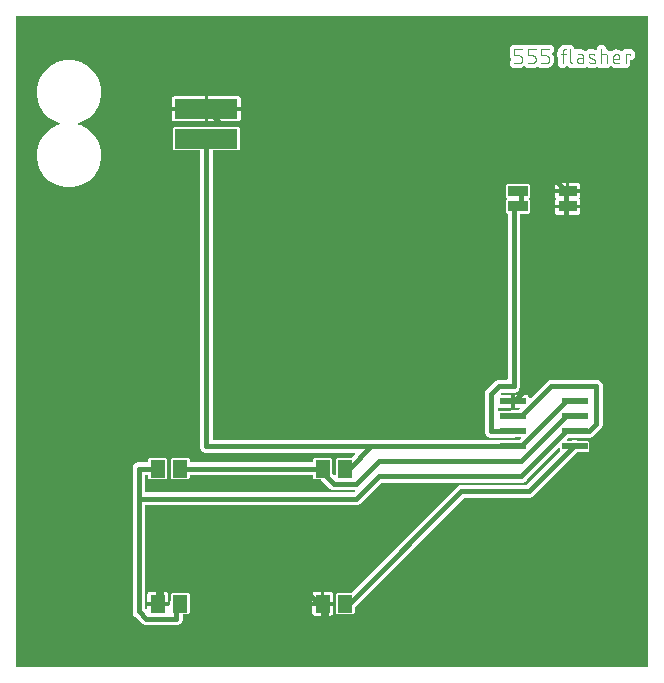
<source format=gbr>
G04 EAGLE Gerber RS-274X export*
G75*
%MOMM*%
%FSLAX34Y34*%
%LPD*%
%INTop Copper*%
%IPPOS*%
%AMOC8*
5,1,8,0,0,1.08239X$1,22.5*%
G01*
%ADD10C,0.101600*%
%ADD11R,1.300000X1.500000*%
%ADD12R,2.200000X0.600000*%
%ADD13R,1.630000X0.900000*%
%ADD14R,1.730000X0.900000*%
%ADD15R,5.334000X1.651000*%
%ADD16C,0.406400*%

G36*
X557298Y238764D02*
X557298Y238764D01*
X557317Y238762D01*
X557419Y238784D01*
X557521Y238800D01*
X557538Y238810D01*
X557558Y238814D01*
X557647Y238867D01*
X557738Y238916D01*
X557752Y238930D01*
X557769Y238940D01*
X557836Y239019D01*
X557908Y239094D01*
X557916Y239112D01*
X557929Y239127D01*
X557968Y239223D01*
X558011Y239317D01*
X558013Y239337D01*
X558021Y239355D01*
X558039Y239522D01*
X558039Y789078D01*
X558036Y789098D01*
X558038Y789117D01*
X558016Y789219D01*
X558000Y789321D01*
X557990Y789338D01*
X557986Y789358D01*
X557933Y789447D01*
X557884Y789538D01*
X557870Y789552D01*
X557860Y789569D01*
X557781Y789636D01*
X557706Y789708D01*
X557688Y789716D01*
X557673Y789729D01*
X557577Y789768D01*
X557483Y789811D01*
X557463Y789813D01*
X557445Y789821D01*
X557278Y789839D01*
X23622Y789839D01*
X23602Y789836D01*
X23583Y789838D01*
X23481Y789816D01*
X23379Y789800D01*
X23362Y789790D01*
X23342Y789786D01*
X23253Y789733D01*
X23162Y789684D01*
X23148Y789670D01*
X23131Y789660D01*
X23064Y789581D01*
X22992Y789506D01*
X22984Y789488D01*
X22971Y789473D01*
X22932Y789377D01*
X22889Y789283D01*
X22887Y789263D01*
X22879Y789245D01*
X22861Y789078D01*
X22861Y239522D01*
X22864Y239502D01*
X22862Y239483D01*
X22884Y239381D01*
X22900Y239279D01*
X22910Y239262D01*
X22914Y239242D01*
X22967Y239153D01*
X23016Y239062D01*
X23030Y239048D01*
X23040Y239031D01*
X23119Y238964D01*
X23194Y238892D01*
X23212Y238884D01*
X23227Y238871D01*
X23323Y238832D01*
X23417Y238789D01*
X23437Y238787D01*
X23455Y238779D01*
X23622Y238761D01*
X557278Y238761D01*
X557298Y238764D01*
G37*
%LPC*%
G36*
X132289Y274065D02*
X132289Y274065D01*
X130328Y274877D01*
X124085Y281120D01*
X122477Y282728D01*
X121665Y284689D01*
X121665Y407461D01*
X122477Y409422D01*
X123978Y410923D01*
X125939Y411735D01*
X134114Y411735D01*
X134134Y411738D01*
X134153Y411736D01*
X134255Y411758D01*
X134357Y411774D01*
X134374Y411784D01*
X134394Y411788D01*
X134483Y411841D01*
X134574Y411890D01*
X134588Y411904D01*
X134605Y411914D01*
X134672Y411993D01*
X134744Y412068D01*
X134752Y412086D01*
X134765Y412101D01*
X134804Y412197D01*
X134847Y412291D01*
X134849Y412311D01*
X134857Y412329D01*
X134875Y412496D01*
X134875Y414532D01*
X135768Y415425D01*
X150032Y415425D01*
X150925Y414532D01*
X150925Y398268D01*
X150032Y397375D01*
X135768Y397375D01*
X134875Y398268D01*
X134875Y400304D01*
X134872Y400324D01*
X134874Y400343D01*
X134852Y400445D01*
X134836Y400547D01*
X134826Y400564D01*
X134822Y400584D01*
X134769Y400673D01*
X134720Y400764D01*
X134706Y400778D01*
X134696Y400795D01*
X134617Y400862D01*
X134542Y400934D01*
X134524Y400942D01*
X134509Y400955D01*
X134413Y400994D01*
X134319Y401037D01*
X134299Y401039D01*
X134281Y401047D01*
X134114Y401065D01*
X133096Y401065D01*
X133076Y401062D01*
X133057Y401064D01*
X132955Y401042D01*
X132853Y401026D01*
X132836Y401016D01*
X132816Y401012D01*
X132727Y400959D01*
X132636Y400910D01*
X132622Y400896D01*
X132605Y400886D01*
X132538Y400807D01*
X132466Y400732D01*
X132458Y400714D01*
X132445Y400699D01*
X132406Y400603D01*
X132363Y400509D01*
X132361Y400489D01*
X132353Y400471D01*
X132335Y400304D01*
X132335Y387096D01*
X132338Y387076D01*
X132336Y387057D01*
X132358Y386955D01*
X132374Y386853D01*
X132384Y386836D01*
X132388Y386816D01*
X132441Y386727D01*
X132490Y386636D01*
X132504Y386622D01*
X132514Y386605D01*
X132593Y386538D01*
X132668Y386466D01*
X132686Y386458D01*
X132701Y386445D01*
X132797Y386406D01*
X132891Y386363D01*
X132911Y386361D01*
X132929Y386353D01*
X133096Y386335D01*
X308625Y386335D01*
X308715Y386349D01*
X308806Y386357D01*
X308836Y386369D01*
X308868Y386374D01*
X308948Y386417D01*
X309032Y386453D01*
X309064Y386479D01*
X309085Y386490D01*
X309107Y386513D01*
X309163Y386558D01*
X309671Y387066D01*
X309713Y387124D01*
X309763Y387176D01*
X309784Y387223D01*
X309815Y387265D01*
X309836Y387334D01*
X309866Y387399D01*
X309872Y387451D01*
X309887Y387501D01*
X309885Y387572D01*
X309893Y387643D01*
X309882Y387694D01*
X309881Y387746D01*
X309856Y387814D01*
X309841Y387884D01*
X309814Y387929D01*
X309796Y387977D01*
X309752Y388033D01*
X309715Y388095D01*
X309675Y388129D01*
X309643Y388169D01*
X309582Y388208D01*
X309528Y388255D01*
X309479Y388274D01*
X309436Y388302D01*
X309366Y388320D01*
X309300Y388347D01*
X309228Y388355D01*
X309197Y388363D01*
X309174Y388361D01*
X309133Y388365D01*
X291039Y388365D01*
X289078Y389177D01*
X281103Y397152D01*
X281029Y397205D01*
X280960Y397265D01*
X280930Y397277D01*
X280903Y397296D01*
X280817Y397323D01*
X280732Y397357D01*
X280691Y397361D01*
X280668Y397368D01*
X280636Y397367D01*
X280565Y397375D01*
X275468Y397375D01*
X274575Y398268D01*
X274575Y400304D01*
X274572Y400324D01*
X274574Y400343D01*
X274552Y400445D01*
X274536Y400547D01*
X274526Y400564D01*
X274522Y400584D01*
X274469Y400673D01*
X274420Y400764D01*
X274406Y400778D01*
X274396Y400795D01*
X274317Y400862D01*
X274242Y400934D01*
X274224Y400942D01*
X274209Y400955D01*
X274113Y400994D01*
X274019Y401037D01*
X273999Y401039D01*
X273981Y401047D01*
X273814Y401065D01*
X170686Y401065D01*
X170666Y401062D01*
X170647Y401064D01*
X170545Y401042D01*
X170443Y401026D01*
X170426Y401016D01*
X170406Y401012D01*
X170317Y400959D01*
X170226Y400910D01*
X170212Y400896D01*
X170195Y400886D01*
X170128Y400807D01*
X170056Y400732D01*
X170048Y400714D01*
X170035Y400699D01*
X169996Y400603D01*
X169953Y400509D01*
X169951Y400489D01*
X169943Y400471D01*
X169925Y400304D01*
X169925Y398268D01*
X169032Y397375D01*
X154768Y397375D01*
X153875Y398268D01*
X153875Y414532D01*
X154768Y415425D01*
X169032Y415425D01*
X169925Y414532D01*
X169925Y412496D01*
X169928Y412476D01*
X169926Y412457D01*
X169948Y412355D01*
X169964Y412253D01*
X169974Y412236D01*
X169978Y412216D01*
X170031Y412127D01*
X170080Y412036D01*
X170094Y412022D01*
X170104Y412005D01*
X170183Y411938D01*
X170258Y411866D01*
X170276Y411858D01*
X170291Y411845D01*
X170387Y411806D01*
X170481Y411763D01*
X170501Y411761D01*
X170519Y411753D01*
X170686Y411735D01*
X273814Y411735D01*
X273834Y411738D01*
X273853Y411736D01*
X273955Y411758D01*
X274057Y411774D01*
X274074Y411784D01*
X274094Y411788D01*
X274183Y411841D01*
X274274Y411890D01*
X274288Y411904D01*
X274305Y411914D01*
X274372Y411993D01*
X274444Y412068D01*
X274452Y412086D01*
X274465Y412101D01*
X274504Y412197D01*
X274547Y412291D01*
X274549Y412311D01*
X274557Y412329D01*
X274575Y412496D01*
X274575Y414532D01*
X275468Y415425D01*
X289732Y415425D01*
X290625Y414532D01*
X290625Y403035D01*
X290639Y402945D01*
X290647Y402854D01*
X290659Y402824D01*
X290664Y402792D01*
X290707Y402712D01*
X290743Y402628D01*
X290769Y402596D01*
X290780Y402575D01*
X290803Y402553D01*
X290848Y402497D01*
X292276Y401069D01*
X292334Y401027D01*
X292386Y400977D01*
X292433Y400956D01*
X292475Y400925D01*
X292544Y400904D01*
X292609Y400874D01*
X292661Y400868D01*
X292711Y400853D01*
X292782Y400855D01*
X292853Y400847D01*
X292904Y400858D01*
X292956Y400859D01*
X293024Y400884D01*
X293094Y400899D01*
X293139Y400926D01*
X293187Y400944D01*
X293243Y400988D01*
X293305Y401025D01*
X293339Y401065D01*
X293379Y401097D01*
X293418Y401158D01*
X293465Y401212D01*
X293484Y401260D01*
X293512Y401304D01*
X293530Y401374D01*
X293557Y401440D01*
X293565Y401512D01*
X293573Y401543D01*
X293571Y401566D01*
X293575Y401607D01*
X293575Y414532D01*
X294468Y415425D01*
X305965Y415425D01*
X306055Y415439D01*
X306146Y415447D01*
X306176Y415459D01*
X306208Y415464D01*
X306288Y415507D01*
X306372Y415543D01*
X306404Y415569D01*
X306425Y415580D01*
X306447Y415603D01*
X306503Y415648D01*
X309671Y418816D01*
X309713Y418874D01*
X309763Y418926D01*
X309785Y418973D01*
X309815Y419015D01*
X309836Y419084D01*
X309866Y419149D01*
X309872Y419201D01*
X309887Y419251D01*
X309885Y419322D01*
X309893Y419393D01*
X309882Y419444D01*
X309881Y419496D01*
X309856Y419564D01*
X309841Y419634D01*
X309814Y419678D01*
X309796Y419727D01*
X309752Y419783D01*
X309715Y419845D01*
X309675Y419879D01*
X309643Y419919D01*
X309582Y419958D01*
X309528Y420005D01*
X309480Y420024D01*
X309436Y420052D01*
X309366Y420070D01*
X309300Y420097D01*
X309228Y420105D01*
X309197Y420113D01*
X309174Y420111D01*
X309133Y420115D01*
X183089Y420115D01*
X181128Y420927D01*
X179627Y422428D01*
X178815Y424389D01*
X178815Y675259D01*
X178812Y675279D01*
X178814Y675298D01*
X178792Y675400D01*
X178776Y675502D01*
X178766Y675519D01*
X178762Y675539D01*
X178709Y675628D01*
X178660Y675719D01*
X178646Y675733D01*
X178636Y675750D01*
X178557Y675817D01*
X178482Y675889D01*
X178464Y675897D01*
X178449Y675910D01*
X178353Y675949D01*
X178259Y675992D01*
X178239Y675994D01*
X178221Y676002D01*
X178054Y676020D01*
X156848Y676020D01*
X155955Y676913D01*
X155955Y694687D01*
X156848Y695580D01*
X211452Y695580D01*
X212345Y694687D01*
X212345Y676913D01*
X211452Y676020D01*
X190246Y676020D01*
X190226Y676017D01*
X190207Y676019D01*
X190105Y675997D01*
X190003Y675981D01*
X189986Y675971D01*
X189966Y675967D01*
X189877Y675914D01*
X189786Y675865D01*
X189772Y675851D01*
X189755Y675841D01*
X189688Y675762D01*
X189616Y675687D01*
X189608Y675669D01*
X189595Y675654D01*
X189556Y675558D01*
X189513Y675464D01*
X189511Y675444D01*
X189503Y675426D01*
X189485Y675259D01*
X189485Y431546D01*
X189488Y431526D01*
X189486Y431507D01*
X189508Y431405D01*
X189524Y431303D01*
X189534Y431286D01*
X189538Y431266D01*
X189591Y431177D01*
X189640Y431086D01*
X189654Y431072D01*
X189664Y431055D01*
X189743Y430988D01*
X189818Y430916D01*
X189836Y430908D01*
X189851Y430895D01*
X189947Y430856D01*
X190041Y430813D01*
X190061Y430811D01*
X190079Y430803D01*
X190246Y430785D01*
X448325Y430785D01*
X448415Y430799D01*
X448506Y430807D01*
X448536Y430819D01*
X448568Y430824D01*
X448648Y430867D01*
X448732Y430903D01*
X448764Y430929D01*
X448785Y430940D01*
X448807Y430963D01*
X448863Y431008D01*
X450181Y432326D01*
X450223Y432384D01*
X450273Y432436D01*
X450294Y432483D01*
X450325Y432525D01*
X450346Y432594D01*
X450376Y432659D01*
X450382Y432711D01*
X450397Y432761D01*
X450395Y432832D01*
X450403Y432903D01*
X450392Y432954D01*
X450391Y433006D01*
X450366Y433074D01*
X450351Y433144D01*
X450324Y433189D01*
X450306Y433237D01*
X450262Y433293D01*
X450225Y433355D01*
X450185Y433389D01*
X450153Y433429D01*
X450092Y433468D01*
X450038Y433515D01*
X449990Y433534D01*
X449946Y433562D01*
X449876Y433580D01*
X449810Y433607D01*
X449738Y433615D01*
X449707Y433623D01*
X449684Y433621D01*
X449643Y433625D01*
X447068Y433625D01*
X447003Y433615D01*
X446938Y433614D01*
X446858Y433591D01*
X446825Y433586D01*
X446808Y433576D01*
X446777Y433567D01*
X444961Y432815D01*
X424389Y432815D01*
X422428Y433627D01*
X420927Y435128D01*
X420115Y437089D01*
X420115Y470961D01*
X420927Y472922D01*
X428778Y480773D01*
X430739Y481585D01*
X438404Y481585D01*
X438424Y481588D01*
X438443Y481586D01*
X438545Y481608D01*
X438647Y481624D01*
X438664Y481634D01*
X438684Y481638D01*
X438773Y481691D01*
X438864Y481740D01*
X438878Y481754D01*
X438895Y481764D01*
X438962Y481843D01*
X439034Y481918D01*
X439042Y481936D01*
X439055Y481951D01*
X439094Y482047D01*
X439137Y482141D01*
X439139Y482161D01*
X439147Y482179D01*
X439165Y482346D01*
X439165Y621714D01*
X439162Y621734D01*
X439164Y621753D01*
X439142Y621855D01*
X439126Y621957D01*
X439116Y621974D01*
X439112Y621994D01*
X439059Y622083D01*
X439010Y622174D01*
X438996Y622188D01*
X438986Y622205D01*
X438907Y622272D01*
X438832Y622344D01*
X438814Y622352D01*
X438799Y622365D01*
X438765Y622378D01*
X437775Y623368D01*
X437775Y633632D01*
X438605Y634462D01*
X438617Y634478D01*
X438633Y634490D01*
X438689Y634578D01*
X438749Y634661D01*
X438755Y634680D01*
X438766Y634697D01*
X438791Y634798D01*
X438821Y634897D01*
X438821Y634916D01*
X438826Y634936D01*
X438818Y635039D01*
X438815Y635142D01*
X438808Y635161D01*
X438807Y635181D01*
X438766Y635276D01*
X438731Y635373D01*
X438718Y635389D01*
X438710Y635407D01*
X438605Y635538D01*
X437775Y636368D01*
X437775Y646632D01*
X438668Y647525D01*
X457232Y647525D01*
X458125Y646632D01*
X458125Y636368D01*
X457295Y635538D01*
X457283Y635522D01*
X457267Y635510D01*
X457211Y635422D01*
X457151Y635339D01*
X457145Y635320D01*
X457134Y635303D01*
X457109Y635202D01*
X457079Y635103D01*
X457079Y635084D01*
X457074Y635064D01*
X457082Y634961D01*
X457085Y634858D01*
X457092Y634839D01*
X457093Y634819D01*
X457134Y634724D01*
X457169Y634627D01*
X457182Y634611D01*
X457190Y634593D01*
X457295Y634462D01*
X458125Y633632D01*
X458125Y623368D01*
X457232Y622475D01*
X450596Y622475D01*
X450576Y622472D01*
X450557Y622474D01*
X450455Y622452D01*
X450353Y622436D01*
X450336Y622426D01*
X450316Y622422D01*
X450227Y622369D01*
X450136Y622320D01*
X450122Y622306D01*
X450105Y622296D01*
X450038Y622217D01*
X449966Y622142D01*
X449958Y622124D01*
X449945Y622109D01*
X449906Y622013D01*
X449863Y621919D01*
X449861Y621899D01*
X449853Y621881D01*
X449835Y621714D01*
X449835Y475189D01*
X449023Y473228D01*
X447522Y471727D01*
X445561Y470915D01*
X434325Y470915D01*
X434235Y470901D01*
X434144Y470893D01*
X434114Y470881D01*
X434082Y470876D01*
X434002Y470833D01*
X433918Y470797D01*
X433886Y470771D01*
X433865Y470760D01*
X433843Y470737D01*
X433787Y470692D01*
X433485Y470390D01*
X433443Y470332D01*
X433393Y470280D01*
X433372Y470233D01*
X433341Y470191D01*
X433320Y470122D01*
X433290Y470057D01*
X433284Y470005D01*
X433269Y469955D01*
X433271Y469884D01*
X433263Y469813D01*
X433274Y469762D01*
X433275Y469710D01*
X433300Y469642D01*
X433315Y469572D01*
X433342Y469527D01*
X433360Y469479D01*
X433404Y469423D01*
X433441Y469361D01*
X433481Y469327D01*
X433513Y469287D01*
X433574Y469248D01*
X433628Y469201D01*
X433676Y469182D01*
X433720Y469154D01*
X433790Y469136D01*
X433856Y469109D01*
X433928Y469101D01*
X433959Y469093D01*
X433982Y469095D01*
X434023Y469091D01*
X442401Y469091D01*
X442401Y464288D01*
X442404Y464269D01*
X442402Y464249D01*
X442424Y464147D01*
X442440Y464045D01*
X442450Y464028D01*
X442454Y464008D01*
X442507Y463919D01*
X442556Y463828D01*
X442570Y463814D01*
X442580Y463797D01*
X442659Y463730D01*
X442734Y463659D01*
X442752Y463650D01*
X442767Y463637D01*
X442863Y463599D01*
X442957Y463555D01*
X442977Y463553D01*
X442995Y463546D01*
X442919Y463533D01*
X442902Y463524D01*
X442882Y463520D01*
X442793Y463467D01*
X442702Y463418D01*
X442688Y463404D01*
X442671Y463394D01*
X442604Y463315D01*
X442532Y463240D01*
X442524Y463222D01*
X442511Y463207D01*
X442472Y463110D01*
X442429Y463017D01*
X442427Y462997D01*
X442419Y462979D01*
X442401Y462812D01*
X442401Y458009D01*
X432566Y458009D01*
X431906Y458186D01*
X431838Y458212D01*
X431751Y458252D01*
X431723Y458255D01*
X431697Y458265D01*
X431601Y458269D01*
X431507Y458279D01*
X431479Y458273D01*
X431451Y458274D01*
X431359Y458247D01*
X431266Y458227D01*
X431242Y458213D01*
X431215Y458205D01*
X431137Y458150D01*
X431055Y458101D01*
X431037Y458079D01*
X431014Y458063D01*
X430957Y457986D01*
X430895Y457914D01*
X430885Y457888D01*
X430868Y457865D01*
X430839Y457775D01*
X430803Y457686D01*
X430799Y457651D01*
X430793Y457631D01*
X430793Y457598D01*
X430785Y457519D01*
X430785Y455729D01*
X430796Y455658D01*
X430798Y455586D01*
X430816Y455537D01*
X430824Y455486D01*
X430858Y455423D01*
X430883Y455355D01*
X430915Y455315D01*
X430940Y455269D01*
X430991Y455219D01*
X431036Y455163D01*
X431080Y455135D01*
X431118Y455099D01*
X431183Y455069D01*
X431243Y455030D01*
X431294Y455018D01*
X431341Y454996D01*
X431412Y454988D01*
X431482Y454970D01*
X431534Y454974D01*
X431585Y454969D01*
X431656Y454984D01*
X431727Y454989D01*
X431775Y455010D01*
X431826Y455021D01*
X431887Y455058D01*
X431953Y455086D01*
X432009Y455131D01*
X432037Y455147D01*
X432052Y455165D01*
X432084Y455191D01*
X432268Y455375D01*
X440732Y455375D01*
X440797Y455385D01*
X440862Y455386D01*
X440942Y455409D01*
X440975Y455414D01*
X440992Y455424D01*
X441023Y455433D01*
X442839Y456185D01*
X448325Y456185D01*
X448415Y456199D01*
X448506Y456207D01*
X448536Y456219D01*
X448568Y456224D01*
X448648Y456267D01*
X448732Y456303D01*
X448764Y456329D01*
X448785Y456340D01*
X448807Y456363D01*
X448863Y456408D01*
X449165Y456710D01*
X449207Y456768D01*
X449256Y456820D01*
X449278Y456867D01*
X449309Y456909D01*
X449330Y456978D01*
X449360Y457043D01*
X449366Y457095D01*
X449381Y457145D01*
X449379Y457216D01*
X449387Y457287D01*
X449376Y457338D01*
X449375Y457390D01*
X449350Y457458D01*
X449335Y457528D01*
X449308Y457573D01*
X449290Y457621D01*
X449246Y457677D01*
X449209Y457739D01*
X449169Y457773D01*
X449137Y457813D01*
X449076Y457852D01*
X449022Y457899D01*
X448974Y457918D01*
X448930Y457946D01*
X448860Y457964D01*
X448794Y457991D01*
X448722Y457999D01*
X448691Y458007D01*
X448668Y458005D01*
X448627Y458009D01*
X445399Y458009D01*
X445399Y462812D01*
X445396Y462831D01*
X445398Y462851D01*
X445376Y462953D01*
X445360Y463055D01*
X445350Y463072D01*
X445346Y463092D01*
X445293Y463181D01*
X445244Y463272D01*
X445230Y463286D01*
X445220Y463303D01*
X445141Y463370D01*
X445066Y463441D01*
X445048Y463450D01*
X445033Y463463D01*
X444937Y463501D01*
X444843Y463545D01*
X444823Y463547D01*
X444805Y463554D01*
X444881Y463567D01*
X444898Y463576D01*
X444918Y463580D01*
X445007Y463633D01*
X445098Y463682D01*
X445112Y463696D01*
X445129Y463706D01*
X445196Y463785D01*
X445268Y463860D01*
X445276Y463878D01*
X445289Y463893D01*
X445328Y463990D01*
X445371Y464083D01*
X445373Y464103D01*
X445381Y464121D01*
X445399Y464288D01*
X445399Y469091D01*
X455234Y469091D01*
X455881Y468918D01*
X456460Y468583D01*
X456933Y468110D01*
X457268Y467531D01*
X457441Y466884D01*
X457441Y466823D01*
X457452Y466752D01*
X457454Y466681D01*
X457472Y466632D01*
X457480Y466580D01*
X457514Y466517D01*
X457539Y466450D01*
X457571Y466409D01*
X457596Y466363D01*
X457648Y466314D01*
X457692Y466258D01*
X457736Y466229D01*
X457774Y466193D01*
X457839Y466163D01*
X457899Y466125D01*
X457950Y466112D01*
X457997Y466090D01*
X458068Y466082D01*
X458138Y466064D01*
X458190Y466069D01*
X458241Y466063D01*
X458312Y466078D01*
X458383Y466084D01*
X458431Y466104D01*
X458482Y466115D01*
X458543Y466152D01*
X458609Y466180D01*
X458665Y466225D01*
X458693Y466241D01*
X458708Y466259D01*
X458740Y466285D01*
X473228Y480773D01*
X475189Y481585D01*
X515411Y481585D01*
X517372Y480773D01*
X518873Y479272D01*
X519685Y477311D01*
X519685Y443439D01*
X518873Y441478D01*
X511022Y433627D01*
X509061Y432815D01*
X491475Y432815D01*
X491385Y432801D01*
X491294Y432793D01*
X491264Y432781D01*
X491232Y432776D01*
X491152Y432733D01*
X491068Y432697D01*
X491036Y432671D01*
X491015Y432660D01*
X490993Y432637D01*
X490937Y432592D01*
X489619Y431274D01*
X489577Y431216D01*
X489527Y431164D01*
X489506Y431117D01*
X489475Y431075D01*
X489454Y431006D01*
X489424Y430941D01*
X489418Y430889D01*
X489403Y430839D01*
X489405Y430768D01*
X489397Y430697D01*
X489408Y430646D01*
X489409Y430594D01*
X489434Y430526D01*
X489449Y430456D01*
X489476Y430411D01*
X489494Y430363D01*
X489538Y430307D01*
X489575Y430245D01*
X489615Y430211D01*
X489647Y430171D01*
X489708Y430132D01*
X489762Y430085D01*
X489810Y430066D01*
X489854Y430038D01*
X489924Y430020D01*
X489990Y429993D01*
X490062Y429985D01*
X490093Y429977D01*
X490116Y429979D01*
X490157Y429975D01*
X492132Y429975D01*
X492197Y429985D01*
X492262Y429986D01*
X492342Y430009D01*
X492375Y430014D01*
X492392Y430024D01*
X492423Y430033D01*
X494239Y430785D01*
X496961Y430785D01*
X498777Y430033D01*
X498841Y430018D01*
X498901Y429993D01*
X498984Y429984D01*
X499016Y429977D01*
X499036Y429978D01*
X499068Y429975D01*
X507532Y429975D01*
X508425Y429082D01*
X508425Y421818D01*
X507532Y420925D01*
X499068Y420925D01*
X499003Y420915D01*
X498938Y420914D01*
X498858Y420891D01*
X498825Y420886D01*
X498808Y420876D01*
X498777Y420867D01*
X498038Y420561D01*
X497982Y420527D01*
X497922Y420501D01*
X497857Y420449D01*
X497828Y420432D01*
X497816Y420417D01*
X497791Y420396D01*
X460222Y382827D01*
X458261Y382015D01*
X402575Y382015D01*
X402485Y382001D01*
X402394Y381993D01*
X402364Y381981D01*
X402332Y381976D01*
X402252Y381933D01*
X402168Y381897D01*
X402136Y381871D01*
X402115Y381860D01*
X402093Y381837D01*
X402037Y381792D01*
X309848Y289603D01*
X309795Y289529D01*
X309735Y289460D01*
X309723Y289430D01*
X309704Y289403D01*
X309677Y289317D01*
X309643Y289232D01*
X309639Y289191D01*
X309632Y289168D01*
X309633Y289136D01*
X309625Y289065D01*
X309625Y283968D01*
X308732Y283075D01*
X294468Y283075D01*
X293575Y283968D01*
X293575Y300232D01*
X294468Y301125D01*
X305965Y301125D01*
X306055Y301139D01*
X306146Y301147D01*
X306176Y301159D01*
X306208Y301164D01*
X306288Y301207D01*
X306372Y301243D01*
X306404Y301269D01*
X306425Y301280D01*
X306447Y301303D01*
X306503Y301348D01*
X397028Y391873D01*
X398989Y392685D01*
X454675Y392685D01*
X454765Y392699D01*
X454856Y392707D01*
X454886Y392719D01*
X454918Y392724D01*
X454998Y392767D01*
X455082Y392803D01*
X455114Y392829D01*
X455135Y392840D01*
X455157Y392863D01*
X455213Y392908D01*
X483211Y420906D01*
X483223Y420922D01*
X483239Y420935D01*
X483295Y421022D01*
X483355Y421106D01*
X483361Y421125D01*
X483372Y421142D01*
X483397Y421242D01*
X483427Y421341D01*
X483427Y421361D01*
X483432Y421380D01*
X483424Y421483D01*
X483421Y421586D01*
X483414Y421605D01*
X483412Y421625D01*
X483375Y421713D01*
X483375Y423193D01*
X483364Y423264D01*
X483362Y423335D01*
X483344Y423384D01*
X483336Y423436D01*
X483302Y423499D01*
X483277Y423566D01*
X483245Y423607D01*
X483220Y423653D01*
X483168Y423702D01*
X483124Y423758D01*
X483080Y423787D01*
X483042Y423823D01*
X482977Y423853D01*
X482917Y423891D01*
X482866Y423904D01*
X482819Y423926D01*
X482748Y423934D01*
X482678Y423952D01*
X482626Y423947D01*
X482575Y423953D01*
X482504Y423938D01*
X482433Y423932D01*
X482385Y423912D01*
X482334Y423901D01*
X482273Y423864D01*
X482207Y423836D01*
X482151Y423791D01*
X482123Y423775D01*
X482108Y423757D01*
X482076Y423731D01*
X455480Y397135D01*
X453872Y395527D01*
X451911Y394715D01*
X332725Y394715D01*
X332635Y394701D01*
X332544Y394693D01*
X332514Y394681D01*
X332482Y394676D01*
X332402Y394633D01*
X332318Y394597D01*
X332286Y394571D01*
X332265Y394560D01*
X332243Y394537D01*
X332187Y394492D01*
X314172Y376477D01*
X312211Y375665D01*
X133096Y375665D01*
X133076Y375662D01*
X133057Y375664D01*
X132955Y375642D01*
X132853Y375626D01*
X132836Y375616D01*
X132816Y375612D01*
X132727Y375559D01*
X132636Y375510D01*
X132622Y375496D01*
X132605Y375486D01*
X132538Y375407D01*
X132466Y375332D01*
X132458Y375314D01*
X132445Y375299D01*
X132406Y375203D01*
X132363Y375109D01*
X132361Y375089D01*
X132353Y375071D01*
X132335Y374904D01*
X132335Y288275D01*
X132349Y288185D01*
X132357Y288094D01*
X132369Y288064D01*
X132374Y288032D01*
X132417Y287952D01*
X132453Y287868D01*
X132479Y287836D01*
X132490Y287815D01*
X132491Y287813D01*
X132492Y287813D01*
X132513Y287792D01*
X132558Y287737D01*
X132560Y287735D01*
X132618Y287693D01*
X132670Y287643D01*
X132717Y287621D01*
X132759Y287591D01*
X132828Y287570D01*
X132893Y287540D01*
X132945Y287534D01*
X132995Y287519D01*
X133066Y287521D01*
X133137Y287513D01*
X133188Y287524D01*
X133240Y287525D01*
X133308Y287550D01*
X133378Y287565D01*
X133422Y287592D01*
X133471Y287610D01*
X133527Y287654D01*
X133589Y287691D01*
X133623Y287731D01*
X133663Y287763D01*
X133702Y287824D01*
X133749Y287878D01*
X133768Y287926D01*
X133796Y287970D01*
X133814Y288040D01*
X133841Y288106D01*
X133849Y288178D01*
X133857Y288209D01*
X133855Y288232D01*
X133859Y288273D01*
X133859Y290577D01*
X142138Y290577D01*
X142158Y290580D01*
X142177Y290578D01*
X142279Y290600D01*
X142381Y290617D01*
X142398Y290626D01*
X142418Y290630D01*
X142507Y290683D01*
X142598Y290732D01*
X142612Y290746D01*
X142629Y290756D01*
X142696Y290835D01*
X142767Y290910D01*
X142776Y290928D01*
X142789Y290943D01*
X142828Y291039D01*
X142871Y291133D01*
X142873Y291153D01*
X142881Y291171D01*
X142899Y291338D01*
X142899Y292101D01*
X142901Y292101D01*
X142901Y291338D01*
X142904Y291318D01*
X142902Y291299D01*
X142924Y291197D01*
X142941Y291095D01*
X142950Y291078D01*
X142954Y291058D01*
X143007Y290969D01*
X143056Y290878D01*
X143070Y290864D01*
X143080Y290847D01*
X143159Y290780D01*
X143234Y290709D01*
X143252Y290700D01*
X143267Y290687D01*
X143363Y290648D01*
X143457Y290605D01*
X143477Y290603D01*
X143495Y290595D01*
X143662Y290577D01*
X152654Y290577D01*
X152674Y290580D01*
X152693Y290578D01*
X152795Y290600D01*
X152897Y290617D01*
X152914Y290626D01*
X152934Y290630D01*
X153023Y290683D01*
X153114Y290732D01*
X153128Y290746D01*
X153145Y290756D01*
X153212Y290835D01*
X153284Y290910D01*
X153292Y290928D01*
X153305Y290943D01*
X153344Y291039D01*
X153387Y291133D01*
X153389Y291153D01*
X153397Y291171D01*
X153415Y291338D01*
X153415Y292862D01*
X153412Y292882D01*
X153414Y292901D01*
X153392Y293003D01*
X153378Y293088D01*
X153405Y293137D01*
X153817Y294132D01*
X153832Y294196D01*
X153857Y294256D01*
X153866Y294339D01*
X153873Y294371D01*
X153872Y294391D01*
X153875Y294423D01*
X153875Y300232D01*
X154768Y301125D01*
X169032Y301125D01*
X169925Y300232D01*
X169925Y283968D01*
X169032Y283075D01*
X164846Y283075D01*
X164826Y283072D01*
X164807Y283074D01*
X164705Y283052D01*
X164603Y283036D01*
X164586Y283026D01*
X164566Y283022D01*
X164477Y282969D01*
X164386Y282920D01*
X164372Y282906D01*
X164355Y282896D01*
X164288Y282817D01*
X164216Y282742D01*
X164208Y282724D01*
X164195Y282709D01*
X164156Y282613D01*
X164113Y282519D01*
X164111Y282499D01*
X164103Y282481D01*
X164085Y282314D01*
X164085Y278339D01*
X163273Y276378D01*
X161772Y274877D01*
X159811Y274065D01*
X132289Y274065D01*
G37*
%LPD*%
%LPC*%
G36*
X64240Y644651D02*
X64240Y644651D01*
X57327Y646503D01*
X51130Y650082D01*
X46070Y655142D01*
X42491Y661339D01*
X40639Y668252D01*
X40639Y675408D01*
X42491Y682321D01*
X46070Y688518D01*
X51130Y693578D01*
X57327Y697157D01*
X59597Y697765D01*
X59641Y697784D01*
X59688Y697795D01*
X59752Y697835D01*
X59821Y697866D01*
X59856Y697898D01*
X59897Y697924D01*
X59946Y697982D01*
X60001Y698033D01*
X60024Y698075D01*
X60055Y698112D01*
X60083Y698183D01*
X60119Y698249D01*
X60127Y698297D01*
X60145Y698341D01*
X60148Y698417D01*
X60161Y698492D01*
X60154Y698539D01*
X60156Y698587D01*
X60136Y698660D01*
X60124Y698735D01*
X60102Y698778D01*
X60089Y698824D01*
X60046Y698886D01*
X60011Y698953D01*
X59977Y698987D01*
X59950Y699026D01*
X59889Y699072D01*
X59835Y699125D01*
X59792Y699145D01*
X59753Y699174D01*
X59633Y699221D01*
X59613Y699231D01*
X59606Y699232D01*
X59597Y699235D01*
X57327Y699843D01*
X51130Y703422D01*
X46070Y708482D01*
X42491Y714679D01*
X40639Y721592D01*
X40639Y728748D01*
X42491Y735661D01*
X46070Y741858D01*
X51130Y746918D01*
X57327Y750497D01*
X64240Y752349D01*
X71396Y752349D01*
X78309Y750497D01*
X84506Y746918D01*
X89566Y741858D01*
X93145Y735661D01*
X94997Y728748D01*
X94997Y721592D01*
X93145Y714679D01*
X89566Y708482D01*
X84506Y703422D01*
X78309Y699843D01*
X76039Y699235D01*
X75995Y699216D01*
X75948Y699205D01*
X75884Y699165D01*
X75815Y699134D01*
X75780Y699101D01*
X75739Y699076D01*
X75690Y699018D01*
X75635Y698967D01*
X75612Y698925D01*
X75581Y698888D01*
X75553Y698817D01*
X75517Y698751D01*
X75509Y698703D01*
X75491Y698659D01*
X75488Y698583D01*
X75475Y698508D01*
X75482Y698461D01*
X75480Y698413D01*
X75500Y698340D01*
X75512Y698265D01*
X75534Y698223D01*
X75547Y698176D01*
X75590Y698114D01*
X75625Y698046D01*
X75659Y698013D01*
X75686Y697974D01*
X75747Y697928D01*
X75801Y697875D01*
X75844Y697854D01*
X75883Y697826D01*
X76003Y697779D01*
X76023Y697769D01*
X76030Y697768D01*
X76039Y697765D01*
X78309Y697157D01*
X84506Y693578D01*
X89566Y688518D01*
X93145Y682321D01*
X94997Y675408D01*
X94997Y668252D01*
X93145Y661339D01*
X89566Y655142D01*
X84506Y650082D01*
X78309Y646503D01*
X71396Y644651D01*
X64240Y644651D01*
G37*
%LPD*%
%LPC*%
G36*
X511657Y745998D02*
X511657Y745998D01*
X509763Y746025D01*
X509181Y746033D01*
X506851Y746871D01*
X506268Y747081D01*
X506171Y747099D01*
X506075Y747123D01*
X506050Y747121D01*
X506026Y747126D01*
X505928Y747112D01*
X505829Y747104D01*
X505807Y747095D01*
X505783Y747091D01*
X505694Y747046D01*
X505603Y747008D01*
X505580Y746989D01*
X505563Y746981D01*
X505540Y746957D01*
X505472Y746903D01*
X504566Y745997D01*
X498091Y745997D01*
X497078Y746733D01*
X497003Y746771D01*
X496933Y746816D01*
X496894Y746826D01*
X496858Y746844D01*
X496775Y746856D01*
X496694Y746876D01*
X496654Y746873D01*
X496614Y746879D01*
X496532Y746863D01*
X496449Y746857D01*
X496412Y746841D01*
X496372Y746834D01*
X496300Y746793D01*
X496223Y746761D01*
X496182Y746728D01*
X496158Y746714D01*
X496138Y746692D01*
X496092Y746656D01*
X495433Y745997D01*
X492312Y745997D01*
X489758Y747472D01*
X489717Y747487D01*
X489680Y747511D01*
X489603Y747530D01*
X489528Y747559D01*
X489484Y747560D01*
X489442Y747571D01*
X489362Y747565D01*
X489282Y747568D01*
X489240Y747555D01*
X489197Y747552D01*
X489123Y747521D01*
X489047Y747498D01*
X489011Y747473D01*
X488970Y747455D01*
X488857Y747364D01*
X488845Y747356D01*
X488843Y747354D01*
X488839Y747351D01*
X487486Y745997D01*
X484329Y745997D01*
X482097Y748230D01*
X482097Y754405D01*
X482082Y754495D01*
X482075Y754586D01*
X482062Y754616D01*
X482057Y754648D01*
X482014Y754729D01*
X481979Y754813D01*
X481953Y754845D01*
X481942Y754865D01*
X481919Y754888D01*
X481874Y754944D01*
X480799Y756019D01*
X480799Y759176D01*
X481874Y760251D01*
X481927Y760325D01*
X481986Y760394D01*
X481999Y760425D01*
X482017Y760451D01*
X482044Y760538D01*
X482078Y760623D01*
X482083Y760664D01*
X482090Y760686D01*
X482089Y760718D01*
X482097Y760789D01*
X482097Y761124D01*
X482196Y761259D01*
X483640Y763760D01*
X486141Y765204D01*
X486153Y765214D01*
X486168Y765220D01*
X486271Y765303D01*
X488037Y765303D01*
X489748Y765303D01*
X489749Y765303D01*
X493486Y765303D01*
X495718Y763070D01*
X495718Y762098D01*
X495730Y762028D01*
X495732Y761956D01*
X495750Y761907D01*
X495758Y761856D01*
X495792Y761792D01*
X495816Y761725D01*
X495849Y761684D01*
X495873Y761638D01*
X495925Y761589D01*
X495970Y761533D01*
X496014Y761505D01*
X496052Y761469D01*
X496117Y761439D01*
X496177Y761400D01*
X496227Y761387D01*
X496275Y761365D01*
X496346Y761357D01*
X496416Y761340D01*
X496467Y761344D01*
X496519Y761338D01*
X496589Y761353D01*
X496661Y761359D01*
X496709Y761379D01*
X496759Y761390D01*
X496789Y761408D01*
X499147Y761408D01*
X502620Y761408D01*
X502754Y761309D01*
X505172Y759914D01*
X505175Y759912D01*
X505178Y759910D01*
X505290Y759869D01*
X505402Y759827D01*
X505405Y759827D01*
X505409Y759825D01*
X505527Y759822D01*
X505648Y759818D01*
X505651Y759819D01*
X505654Y759819D01*
X505768Y759853D01*
X505884Y759887D01*
X505886Y759889D01*
X505890Y759890D01*
X506031Y759981D01*
X507832Y761436D01*
X507925Y761435D01*
X509818Y761408D01*
X510292Y761401D01*
X511711Y761381D01*
X511712Y761381D01*
X512136Y761375D01*
X513543Y760741D01*
X513599Y760726D01*
X513651Y760702D01*
X513717Y760694D01*
X513781Y760677D01*
X513838Y760681D01*
X513895Y760675D01*
X513960Y760689D01*
X514027Y760693D01*
X514080Y760715D01*
X514136Y760727D01*
X514193Y760761D01*
X514254Y760786D01*
X514298Y760824D01*
X514347Y760853D01*
X514390Y760904D01*
X514440Y760947D01*
X514469Y760996D01*
X514507Y761040D01*
X514532Y761102D01*
X514565Y761159D01*
X514577Y761215D01*
X514599Y761268D01*
X514610Y761369D01*
X514616Y761399D01*
X514615Y761413D01*
X514617Y761435D01*
X514617Y763070D01*
X516849Y765303D01*
X520006Y765303D01*
X522239Y763070D01*
X522239Y762169D01*
X522242Y762150D01*
X522240Y762130D01*
X522262Y762029D01*
X522278Y761927D01*
X522288Y761909D01*
X522292Y761889D01*
X522345Y761800D01*
X522394Y761709D01*
X522408Y761695D01*
X522418Y761678D01*
X522497Y761611D01*
X522572Y761540D01*
X522590Y761531D01*
X522605Y761518D01*
X522701Y761480D01*
X522795Y761436D01*
X522815Y761434D01*
X522833Y761427D01*
X523000Y761408D01*
X523253Y761408D01*
X523387Y761309D01*
X526026Y759786D01*
X526122Y759750D01*
X526217Y759708D01*
X526237Y759706D01*
X526256Y759699D01*
X526359Y759695D01*
X526462Y759686D01*
X526481Y759691D01*
X526502Y759690D01*
X526600Y759719D01*
X526701Y759743D01*
X526718Y759754D01*
X526738Y759760D01*
X526822Y759819D01*
X526909Y759874D01*
X526926Y759892D01*
X526939Y759901D01*
X526958Y759927D01*
X527022Y759998D01*
X527352Y760451D01*
X531311Y761738D01*
X535271Y760451D01*
X535278Y760441D01*
X535335Y760385D01*
X535385Y760323D01*
X535422Y760299D01*
X535453Y760268D01*
X535524Y760233D01*
X535591Y760190D01*
X535634Y760180D01*
X535674Y760160D01*
X535753Y760150D01*
X535830Y760130D01*
X535874Y760134D01*
X535918Y760128D01*
X535996Y760143D01*
X536075Y760149D01*
X536116Y760167D01*
X536159Y760175D01*
X536228Y760215D01*
X536302Y760246D01*
X536347Y760282D01*
X536373Y760297D01*
X536391Y760318D01*
X536432Y760351D01*
X537490Y761408D01*
X544542Y761408D01*
X546774Y759176D01*
X546774Y754721D01*
X544542Y752488D01*
X543640Y752488D01*
X543621Y752485D01*
X543601Y752487D01*
X543500Y752465D01*
X543398Y752449D01*
X543380Y752439D01*
X543361Y752435D01*
X543272Y752382D01*
X543180Y752334D01*
X543167Y752319D01*
X543149Y752309D01*
X543082Y752230D01*
X543011Y752155D01*
X543002Y752137D01*
X542990Y752122D01*
X542951Y752026D01*
X542907Y751932D01*
X542905Y751912D01*
X542898Y751894D01*
X542879Y751727D01*
X542879Y748230D01*
X540647Y745997D01*
X537490Y745997D01*
X537026Y746461D01*
X537010Y746472D01*
X536998Y746488D01*
X536911Y746544D01*
X536827Y746604D01*
X536808Y746610D01*
X536791Y746621D01*
X536690Y746646D01*
X536592Y746677D01*
X536572Y746676D01*
X536552Y746681D01*
X536449Y746673D01*
X536346Y746670D01*
X536327Y746663D01*
X536307Y746662D01*
X536212Y746622D01*
X536115Y746586D01*
X536099Y746573D01*
X536081Y746566D01*
X535950Y746461D01*
X535486Y745997D01*
X529083Y745997D01*
X528948Y746096D01*
X527140Y747140D01*
X527099Y747156D01*
X527062Y747179D01*
X526985Y747199D01*
X526910Y747227D01*
X526866Y747229D01*
X526824Y747239D01*
X526744Y747233D01*
X526664Y747236D01*
X526622Y747224D01*
X526578Y747220D01*
X526505Y747189D01*
X526428Y747166D01*
X526392Y747141D01*
X526352Y747124D01*
X526238Y747033D01*
X526227Y747025D01*
X526225Y747022D01*
X526221Y747019D01*
X525199Y745997D01*
X522042Y745997D01*
X521563Y746477D01*
X521547Y746489D01*
X521534Y746504D01*
X521447Y746560D01*
X521363Y746620D01*
X521344Y746626D01*
X521327Y746637D01*
X521227Y746662D01*
X521128Y746693D01*
X521108Y746692D01*
X521089Y746697D01*
X520986Y746689D01*
X520882Y746686D01*
X520863Y746680D01*
X520843Y746678D01*
X520749Y746638D01*
X520651Y746602D01*
X520635Y746590D01*
X520617Y746582D01*
X520486Y746477D01*
X520006Y745997D01*
X516849Y745997D01*
X515916Y746931D01*
X515833Y746991D01*
X515753Y747055D01*
X515733Y747062D01*
X515716Y747074D01*
X515618Y747104D01*
X515522Y747140D01*
X515501Y747141D01*
X515481Y747147D01*
X515379Y747144D01*
X515276Y747147D01*
X515256Y747141D01*
X515235Y747140D01*
X515139Y747105D01*
X515041Y747075D01*
X515019Y747061D01*
X515004Y747056D01*
X514979Y747035D01*
X514899Y746985D01*
X513643Y745969D01*
X511657Y745998D01*
G37*
%LPD*%
%LPC*%
G36*
X443430Y745997D02*
X443430Y745997D01*
X441197Y748230D01*
X441197Y751386D01*
X442326Y752515D01*
X442338Y752531D01*
X442353Y752544D01*
X442409Y752631D01*
X442470Y752715D01*
X442475Y752734D01*
X442486Y752751D01*
X442512Y752851D01*
X442542Y752950D01*
X442541Y752970D01*
X442546Y752989D01*
X442538Y753092D01*
X442536Y753196D01*
X442529Y753215D01*
X442527Y753235D01*
X442487Y753329D01*
X442451Y753427D01*
X442439Y753443D01*
X442431Y753461D01*
X442326Y753592D01*
X441197Y754721D01*
X441197Y763070D01*
X443430Y765303D01*
X453078Y765303D01*
X453430Y764950D01*
X453446Y764938D01*
X453459Y764923D01*
X453546Y764867D01*
X453630Y764807D01*
X453649Y764801D01*
X453666Y764790D01*
X453766Y764765D01*
X453865Y764734D01*
X453885Y764735D01*
X453904Y764730D01*
X454007Y764738D01*
X454111Y764741D01*
X454130Y764747D01*
X454150Y764749D01*
X454244Y764789D01*
X454342Y764825D01*
X454358Y764837D01*
X454376Y764845D01*
X454507Y764950D01*
X454859Y765303D01*
X464508Y765303D01*
X464860Y764950D01*
X464876Y764938D01*
X464889Y764923D01*
X464976Y764867D01*
X465060Y764807D01*
X465079Y764801D01*
X465096Y764790D01*
X465196Y764765D01*
X465295Y764734D01*
X465315Y764735D01*
X465334Y764730D01*
X465437Y764738D01*
X465541Y764741D01*
X465560Y764747D01*
X465579Y764749D01*
X465674Y764789D01*
X465772Y764825D01*
X465787Y764837D01*
X465806Y764845D01*
X465937Y764950D01*
X466289Y765303D01*
X475938Y765303D01*
X478170Y763070D01*
X478170Y759914D01*
X476938Y758682D01*
X476912Y758646D01*
X476880Y758617D01*
X476841Y758547D01*
X476794Y758482D01*
X476781Y758440D01*
X476760Y758402D01*
X476745Y758323D01*
X476722Y758247D01*
X476723Y758203D01*
X476715Y758160D01*
X476726Y758081D01*
X476728Y758001D01*
X476743Y757960D01*
X476749Y757916D01*
X476808Y757783D01*
X476813Y757770D01*
X476815Y757767D01*
X476817Y757763D01*
X478170Y755419D01*
X478170Y750688D01*
X476453Y747714D01*
X473479Y745997D01*
X466289Y745997D01*
X465151Y747136D01*
X465115Y747162D01*
X465085Y747194D01*
X465016Y747233D01*
X464951Y747280D01*
X464909Y747293D01*
X464871Y747314D01*
X464792Y747329D01*
X464716Y747352D01*
X464672Y747351D01*
X464629Y747359D01*
X464550Y747348D01*
X464470Y747346D01*
X464429Y747331D01*
X464385Y747325D01*
X464252Y747266D01*
X464239Y747261D01*
X464236Y747259D01*
X464232Y747257D01*
X462049Y745997D01*
X454859Y745997D01*
X453721Y747136D01*
X453685Y747162D01*
X453655Y747194D01*
X453586Y747233D01*
X453521Y747280D01*
X453479Y747293D01*
X453441Y747314D01*
X453362Y747329D01*
X453286Y747352D01*
X453242Y747351D01*
X453199Y747359D01*
X453120Y747348D01*
X453040Y747346D01*
X452999Y747331D01*
X452955Y747325D01*
X452822Y747266D01*
X452809Y747261D01*
X452806Y747259D01*
X452802Y747257D01*
X450619Y745997D01*
X443430Y745997D01*
G37*
%LPD*%
%LPC*%
G36*
X185673Y712723D02*
X185673Y712723D01*
X185673Y721996D01*
X211154Y721996D01*
X211801Y721823D01*
X212380Y721488D01*
X212853Y721015D01*
X213188Y720436D01*
X213361Y719789D01*
X213361Y712723D01*
X185673Y712723D01*
G37*
%LPD*%
%LPC*%
G36*
X154939Y712723D02*
X154939Y712723D01*
X154939Y719789D01*
X155112Y720436D01*
X155447Y721015D01*
X155920Y721488D01*
X156499Y721823D01*
X157146Y721996D01*
X182627Y721996D01*
X182627Y712723D01*
X154939Y712723D01*
G37*
%LPD*%
%LPC*%
G36*
X185673Y700404D02*
X185673Y700404D01*
X185673Y709677D01*
X213361Y709677D01*
X213361Y702611D01*
X213188Y701964D01*
X212853Y701385D01*
X212380Y700912D01*
X211801Y700577D01*
X211154Y700404D01*
X185673Y700404D01*
G37*
%LPD*%
%LPC*%
G36*
X157146Y700404D02*
X157146Y700404D01*
X156499Y700577D01*
X155920Y700912D01*
X155447Y701385D01*
X155112Y701964D01*
X154939Y702611D01*
X154939Y709677D01*
X182627Y709677D01*
X182627Y700404D01*
X157146Y700404D01*
G37*
%LPD*%
%LPC*%
G36*
X491523Y630023D02*
X491523Y630023D01*
X491523Y639927D01*
X500691Y639927D01*
X500691Y636616D01*
X500518Y635969D01*
X500163Y635356D01*
X500139Y635292D01*
X500106Y635233D01*
X500096Y635178D01*
X500076Y635126D01*
X500074Y635058D01*
X500061Y634992D01*
X500069Y634936D01*
X500067Y634880D01*
X500086Y634815D01*
X500096Y634748D01*
X500128Y634675D01*
X500137Y634644D01*
X500149Y634627D01*
X500163Y634594D01*
X500518Y633981D01*
X500691Y633334D01*
X500691Y630023D01*
X491523Y630023D01*
G37*
%LPD*%
%LPC*%
G36*
X479309Y630023D02*
X479309Y630023D01*
X479309Y633334D01*
X479482Y633981D01*
X479837Y634594D01*
X479861Y634658D01*
X479894Y634717D01*
X479904Y634772D01*
X479924Y634824D01*
X479926Y634892D01*
X479939Y634958D01*
X479931Y635014D01*
X479933Y635070D01*
X479914Y635135D01*
X479904Y635202D01*
X479872Y635275D01*
X479863Y635306D01*
X479851Y635323D01*
X479837Y635356D01*
X479482Y635969D01*
X479309Y636616D01*
X479309Y639927D01*
X488477Y639927D01*
X488477Y630023D01*
X479309Y630023D01*
G37*
%LPD*%
%LPC*%
G36*
X284123Y293623D02*
X284123Y293623D01*
X284123Y302141D01*
X289434Y302141D01*
X290081Y301968D01*
X290660Y301633D01*
X291133Y301160D01*
X291468Y300581D01*
X291641Y299934D01*
X291641Y293623D01*
X284123Y293623D01*
G37*
%LPD*%
%LPC*%
G36*
X144423Y293623D02*
X144423Y293623D01*
X144423Y302141D01*
X149734Y302141D01*
X150381Y301968D01*
X150960Y301633D01*
X151433Y301160D01*
X151768Y300581D01*
X151941Y299934D01*
X151941Y293623D01*
X144423Y293623D01*
G37*
%LPD*%
%LPC*%
G36*
X284123Y282059D02*
X284123Y282059D01*
X284123Y290577D01*
X291641Y290577D01*
X291641Y284266D01*
X291468Y283619D01*
X291133Y283040D01*
X290660Y282567D01*
X290081Y282232D01*
X289434Y282059D01*
X284123Y282059D01*
G37*
%LPD*%
%LPC*%
G36*
X273559Y293623D02*
X273559Y293623D01*
X273559Y299934D01*
X273732Y300581D01*
X274067Y301160D01*
X274540Y301633D01*
X275119Y301968D01*
X275766Y302141D01*
X281077Y302141D01*
X281077Y293623D01*
X273559Y293623D01*
G37*
%LPD*%
%LPC*%
G36*
X133859Y293623D02*
X133859Y293623D01*
X133859Y299934D01*
X134032Y300581D01*
X134367Y301160D01*
X134840Y301633D01*
X135419Y301968D01*
X136066Y302141D01*
X141377Y302141D01*
X141377Y293623D01*
X133859Y293623D01*
G37*
%LPD*%
%LPC*%
G36*
X275766Y282059D02*
X275766Y282059D01*
X275119Y282232D01*
X274540Y282567D01*
X274067Y283040D01*
X273732Y283619D01*
X273559Y284266D01*
X273559Y290577D01*
X281077Y290577D01*
X281077Y282059D01*
X275766Y282059D01*
G37*
%LPD*%
%LPC*%
G36*
X491523Y642973D02*
X491523Y642973D01*
X491523Y648491D01*
X498484Y648491D01*
X499131Y648318D01*
X499710Y647983D01*
X500183Y647510D01*
X500518Y646931D01*
X500691Y646284D01*
X500691Y642973D01*
X491523Y642973D01*
G37*
%LPD*%
%LPC*%
G36*
X479309Y642973D02*
X479309Y642973D01*
X479309Y646284D01*
X479482Y646931D01*
X479817Y647510D01*
X480290Y647983D01*
X480869Y648318D01*
X481516Y648491D01*
X488477Y648491D01*
X488477Y642973D01*
X479309Y642973D01*
G37*
%LPD*%
%LPC*%
G36*
X491523Y621459D02*
X491523Y621459D01*
X491523Y626977D01*
X500691Y626977D01*
X500691Y623666D01*
X500518Y623019D01*
X500183Y622440D01*
X499710Y621967D01*
X499131Y621632D01*
X498484Y621459D01*
X491523Y621459D01*
G37*
%LPD*%
%LPC*%
G36*
X481516Y621459D02*
X481516Y621459D01*
X480869Y621632D01*
X480290Y621967D01*
X479817Y622440D01*
X479482Y623019D01*
X479309Y623666D01*
X479309Y626977D01*
X488477Y626977D01*
X488477Y621459D01*
X481516Y621459D01*
G37*
%LPD*%
%LPC*%
G36*
X184149Y711199D02*
X184149Y711199D01*
X184149Y711201D01*
X184151Y711201D01*
X184151Y711199D01*
X184149Y711199D01*
G37*
%LPD*%
%LPC*%
G36*
X489999Y641449D02*
X489999Y641449D01*
X489999Y641451D01*
X490001Y641451D01*
X490001Y641449D01*
X489999Y641449D01*
G37*
%LPD*%
%LPC*%
G36*
X489999Y628499D02*
X489999Y628499D01*
X489999Y628501D01*
X490001Y628501D01*
X490001Y628499D01*
X489999Y628499D01*
G37*
%LPD*%
%LPC*%
G36*
X282599Y292099D02*
X282599Y292099D01*
X282599Y292101D01*
X282601Y292101D01*
X282601Y292099D01*
X282599Y292099D01*
G37*
%LPD*%
D10*
X445008Y749808D02*
X448903Y749808D01*
X449002Y749810D01*
X449102Y749816D01*
X449201Y749825D01*
X449299Y749838D01*
X449397Y749855D01*
X449495Y749876D01*
X449591Y749901D01*
X449686Y749929D01*
X449780Y749961D01*
X449873Y749996D01*
X449965Y750035D01*
X450055Y750078D01*
X450143Y750123D01*
X450230Y750173D01*
X450314Y750225D01*
X450397Y750281D01*
X450477Y750339D01*
X450555Y750401D01*
X450630Y750466D01*
X450703Y750534D01*
X450773Y750604D01*
X450841Y750677D01*
X450906Y750752D01*
X450968Y750830D01*
X451026Y750910D01*
X451082Y750993D01*
X451134Y751077D01*
X451184Y751164D01*
X451229Y751252D01*
X451272Y751342D01*
X451311Y751434D01*
X451346Y751527D01*
X451378Y751621D01*
X451406Y751716D01*
X451431Y751812D01*
X451452Y751910D01*
X451469Y752008D01*
X451482Y752106D01*
X451491Y752205D01*
X451497Y752305D01*
X451499Y752404D01*
X451499Y753703D01*
X451497Y753802D01*
X451491Y753902D01*
X451482Y754001D01*
X451469Y754099D01*
X451452Y754197D01*
X451431Y754295D01*
X451406Y754391D01*
X451378Y754486D01*
X451346Y754580D01*
X451311Y754673D01*
X451272Y754765D01*
X451229Y754855D01*
X451184Y754943D01*
X451134Y755030D01*
X451082Y755114D01*
X451026Y755197D01*
X450968Y755277D01*
X450906Y755355D01*
X450841Y755430D01*
X450773Y755503D01*
X450703Y755573D01*
X450630Y755641D01*
X450555Y755706D01*
X450477Y755768D01*
X450397Y755826D01*
X450314Y755882D01*
X450230Y755934D01*
X450143Y755984D01*
X450055Y756029D01*
X449965Y756072D01*
X449873Y756111D01*
X449780Y756146D01*
X449686Y756178D01*
X449591Y756206D01*
X449495Y756231D01*
X449397Y756252D01*
X449299Y756269D01*
X449201Y756282D01*
X449102Y756291D01*
X449002Y756297D01*
X448903Y756299D01*
X445008Y756299D01*
X445008Y761492D01*
X451499Y761492D01*
X456438Y749808D02*
X460333Y749808D01*
X460432Y749810D01*
X460532Y749816D01*
X460631Y749825D01*
X460729Y749838D01*
X460827Y749855D01*
X460925Y749876D01*
X461021Y749901D01*
X461116Y749929D01*
X461210Y749961D01*
X461303Y749996D01*
X461395Y750035D01*
X461485Y750078D01*
X461573Y750123D01*
X461660Y750173D01*
X461744Y750225D01*
X461827Y750281D01*
X461907Y750339D01*
X461985Y750401D01*
X462060Y750466D01*
X462133Y750534D01*
X462203Y750604D01*
X462271Y750677D01*
X462336Y750752D01*
X462398Y750830D01*
X462456Y750910D01*
X462512Y750993D01*
X462564Y751077D01*
X462614Y751164D01*
X462659Y751252D01*
X462702Y751342D01*
X462741Y751434D01*
X462776Y751527D01*
X462808Y751621D01*
X462836Y751716D01*
X462861Y751812D01*
X462882Y751910D01*
X462899Y752008D01*
X462912Y752106D01*
X462921Y752205D01*
X462927Y752305D01*
X462929Y752404D01*
X462929Y753703D01*
X462927Y753802D01*
X462921Y753902D01*
X462912Y754001D01*
X462899Y754099D01*
X462882Y754197D01*
X462861Y754295D01*
X462836Y754391D01*
X462808Y754486D01*
X462776Y754580D01*
X462741Y754673D01*
X462702Y754765D01*
X462659Y754855D01*
X462614Y754943D01*
X462564Y755030D01*
X462512Y755114D01*
X462456Y755197D01*
X462398Y755277D01*
X462336Y755355D01*
X462271Y755430D01*
X462203Y755503D01*
X462133Y755573D01*
X462060Y755641D01*
X461985Y755706D01*
X461907Y755768D01*
X461827Y755826D01*
X461744Y755882D01*
X461660Y755934D01*
X461573Y755984D01*
X461485Y756029D01*
X461395Y756072D01*
X461303Y756111D01*
X461210Y756146D01*
X461116Y756178D01*
X461021Y756206D01*
X460925Y756231D01*
X460827Y756252D01*
X460729Y756269D01*
X460631Y756282D01*
X460532Y756291D01*
X460432Y756297D01*
X460333Y756299D01*
X456438Y756299D01*
X456438Y761492D01*
X462929Y761492D01*
X467868Y749808D02*
X471763Y749808D01*
X471862Y749810D01*
X471962Y749816D01*
X472061Y749825D01*
X472159Y749838D01*
X472257Y749855D01*
X472355Y749876D01*
X472451Y749901D01*
X472546Y749929D01*
X472640Y749961D01*
X472733Y749996D01*
X472825Y750035D01*
X472915Y750078D01*
X473003Y750123D01*
X473090Y750173D01*
X473174Y750225D01*
X473257Y750281D01*
X473337Y750339D01*
X473415Y750401D01*
X473490Y750466D01*
X473563Y750534D01*
X473633Y750604D01*
X473701Y750677D01*
X473766Y750752D01*
X473828Y750830D01*
X473886Y750910D01*
X473942Y750993D01*
X473994Y751077D01*
X474044Y751164D01*
X474089Y751252D01*
X474132Y751342D01*
X474171Y751434D01*
X474206Y751527D01*
X474238Y751621D01*
X474266Y751716D01*
X474291Y751812D01*
X474312Y751910D01*
X474329Y752008D01*
X474342Y752106D01*
X474351Y752205D01*
X474357Y752305D01*
X474359Y752404D01*
X474359Y753703D01*
X474357Y753802D01*
X474351Y753902D01*
X474342Y754001D01*
X474329Y754099D01*
X474312Y754197D01*
X474291Y754295D01*
X474266Y754391D01*
X474238Y754486D01*
X474206Y754580D01*
X474171Y754673D01*
X474132Y754765D01*
X474089Y754855D01*
X474044Y754943D01*
X473994Y755030D01*
X473942Y755114D01*
X473886Y755197D01*
X473828Y755277D01*
X473766Y755355D01*
X473701Y755430D01*
X473633Y755503D01*
X473563Y755573D01*
X473490Y755641D01*
X473415Y755706D01*
X473337Y755768D01*
X473257Y755826D01*
X473174Y755882D01*
X473090Y755934D01*
X473003Y755984D01*
X472915Y756029D01*
X472825Y756072D01*
X472733Y756111D01*
X472640Y756146D01*
X472546Y756178D01*
X472451Y756206D01*
X472355Y756231D01*
X472257Y756252D01*
X472159Y756269D01*
X472061Y756282D01*
X471962Y756291D01*
X471862Y756297D01*
X471763Y756299D01*
X467868Y756299D01*
X467868Y761492D01*
X474359Y761492D01*
X485908Y759545D02*
X485908Y749808D01*
X485908Y759545D02*
X485910Y759632D01*
X485916Y759720D01*
X485926Y759806D01*
X485939Y759893D01*
X485957Y759978D01*
X485978Y760063D01*
X486003Y760147D01*
X486032Y760229D01*
X486065Y760310D01*
X486101Y760390D01*
X486140Y760468D01*
X486184Y760544D01*
X486230Y760618D01*
X486280Y760689D01*
X486333Y760759D01*
X486389Y760826D01*
X486448Y760890D01*
X486509Y760952D01*
X486574Y761011D01*
X486641Y761067D01*
X486711Y761120D01*
X486782Y761170D01*
X486856Y761216D01*
X486932Y761260D01*
X487010Y761299D01*
X487090Y761335D01*
X487171Y761368D01*
X487253Y761397D01*
X487337Y761422D01*
X487422Y761443D01*
X487507Y761461D01*
X487594Y761474D01*
X487680Y761484D01*
X487768Y761490D01*
X487855Y761492D01*
X488504Y761492D01*
X488504Y757597D02*
X484609Y757597D01*
X491908Y761492D02*
X491908Y751755D01*
X491910Y751668D01*
X491916Y751580D01*
X491926Y751494D01*
X491939Y751407D01*
X491957Y751322D01*
X491978Y751237D01*
X492003Y751153D01*
X492032Y751071D01*
X492065Y750990D01*
X492101Y750910D01*
X492140Y750832D01*
X492184Y750756D01*
X492230Y750682D01*
X492280Y750611D01*
X492333Y750541D01*
X492389Y750474D01*
X492448Y750410D01*
X492510Y750348D01*
X492574Y750289D01*
X492641Y750233D01*
X492711Y750180D01*
X492782Y750130D01*
X492856Y750084D01*
X492932Y750040D01*
X493010Y750001D01*
X493090Y749965D01*
X493171Y749932D01*
X493253Y749903D01*
X493337Y749878D01*
X493422Y749857D01*
X493507Y749839D01*
X493594Y749826D01*
X493680Y749816D01*
X493768Y749810D01*
X493855Y749808D01*
X500067Y754352D02*
X502988Y754352D01*
X500067Y754352D02*
X499973Y754350D01*
X499879Y754344D01*
X499786Y754335D01*
X499693Y754321D01*
X499601Y754304D01*
X499509Y754282D01*
X499419Y754258D01*
X499329Y754229D01*
X499241Y754197D01*
X499154Y754161D01*
X499069Y754121D01*
X498986Y754078D01*
X498904Y754032D01*
X498824Y753982D01*
X498747Y753929D01*
X498672Y753873D01*
X498599Y753814D01*
X498528Y753752D01*
X498460Y753687D01*
X498395Y753619D01*
X498333Y753548D01*
X498274Y753475D01*
X498218Y753400D01*
X498165Y753323D01*
X498115Y753243D01*
X498069Y753161D01*
X498026Y753078D01*
X497986Y752993D01*
X497950Y752906D01*
X497918Y752818D01*
X497889Y752728D01*
X497865Y752638D01*
X497843Y752546D01*
X497826Y752454D01*
X497812Y752361D01*
X497803Y752268D01*
X497797Y752174D01*
X497795Y752080D01*
X497797Y751986D01*
X497803Y751892D01*
X497812Y751799D01*
X497826Y751706D01*
X497843Y751614D01*
X497865Y751522D01*
X497889Y751432D01*
X497918Y751342D01*
X497950Y751254D01*
X497986Y751167D01*
X498026Y751082D01*
X498069Y750999D01*
X498115Y750917D01*
X498165Y750837D01*
X498218Y750760D01*
X498274Y750685D01*
X498333Y750612D01*
X498395Y750541D01*
X498460Y750473D01*
X498528Y750408D01*
X498599Y750346D01*
X498672Y750287D01*
X498747Y750231D01*
X498824Y750178D01*
X498904Y750128D01*
X498986Y750082D01*
X499069Y750039D01*
X499154Y749999D01*
X499241Y749963D01*
X499329Y749931D01*
X499419Y749902D01*
X499509Y749878D01*
X499601Y749856D01*
X499693Y749839D01*
X499786Y749825D01*
X499879Y749816D01*
X499973Y749810D01*
X500067Y749808D01*
X502988Y749808D01*
X502988Y755650D01*
X502986Y755737D01*
X502980Y755825D01*
X502970Y755911D01*
X502957Y755998D01*
X502939Y756083D01*
X502918Y756168D01*
X502893Y756252D01*
X502864Y756334D01*
X502831Y756415D01*
X502795Y756495D01*
X502756Y756573D01*
X502712Y756649D01*
X502666Y756723D01*
X502616Y756794D01*
X502563Y756864D01*
X502507Y756931D01*
X502448Y756995D01*
X502386Y757057D01*
X502322Y757116D01*
X502255Y757172D01*
X502185Y757225D01*
X502114Y757275D01*
X502040Y757321D01*
X501964Y757365D01*
X501886Y757404D01*
X501806Y757440D01*
X501725Y757473D01*
X501643Y757502D01*
X501559Y757527D01*
X501474Y757548D01*
X501389Y757566D01*
X501302Y757579D01*
X501216Y757589D01*
X501128Y757595D01*
X501041Y757597D01*
X498444Y757597D01*
X509115Y754352D02*
X512360Y753054D01*
X509115Y754351D02*
X509040Y754384D01*
X508966Y754420D01*
X508894Y754459D01*
X508824Y754502D01*
X508757Y754548D01*
X508691Y754598D01*
X508629Y754650D01*
X508568Y754706D01*
X508511Y754764D01*
X508456Y754825D01*
X508405Y754889D01*
X508357Y754955D01*
X508312Y755024D01*
X508270Y755094D01*
X508232Y755167D01*
X508197Y755241D01*
X508166Y755317D01*
X508139Y755394D01*
X508116Y755473D01*
X508096Y755552D01*
X508081Y755633D01*
X508069Y755714D01*
X508061Y755796D01*
X508057Y755877D01*
X508058Y755959D01*
X508062Y756041D01*
X508070Y756123D01*
X508082Y756204D01*
X508098Y756284D01*
X508118Y756364D01*
X508142Y756442D01*
X508170Y756519D01*
X508201Y756595D01*
X508236Y756669D01*
X508274Y756741D01*
X508316Y756812D01*
X508362Y756880D01*
X508410Y756946D01*
X508462Y757009D01*
X508517Y757070D01*
X508575Y757128D01*
X508635Y757184D01*
X508698Y757236D01*
X508764Y757285D01*
X508832Y757331D01*
X508902Y757373D01*
X508974Y757413D01*
X509048Y757448D01*
X509123Y757480D01*
X509200Y757508D01*
X509278Y757532D01*
X509358Y757553D01*
X509438Y757570D01*
X509519Y757582D01*
X509600Y757591D01*
X509682Y757596D01*
X509764Y757597D01*
X509763Y757597D02*
X509940Y757593D01*
X510117Y757584D01*
X510294Y757570D01*
X510471Y757553D01*
X510646Y757531D01*
X510822Y757506D01*
X510996Y757475D01*
X511170Y757441D01*
X511343Y757403D01*
X511515Y757360D01*
X511686Y757313D01*
X511856Y757263D01*
X512025Y757208D01*
X512192Y757149D01*
X512357Y757086D01*
X512522Y757019D01*
X512684Y756948D01*
X512360Y753054D02*
X512435Y753021D01*
X512509Y752985D01*
X512581Y752946D01*
X512651Y752903D01*
X512718Y752857D01*
X512784Y752807D01*
X512846Y752755D01*
X512907Y752699D01*
X512964Y752641D01*
X513019Y752580D01*
X513070Y752516D01*
X513118Y752450D01*
X513163Y752381D01*
X513205Y752311D01*
X513243Y752238D01*
X513278Y752164D01*
X513309Y752088D01*
X513336Y752011D01*
X513359Y751932D01*
X513379Y751853D01*
X513394Y751772D01*
X513406Y751691D01*
X513414Y751609D01*
X513418Y751528D01*
X513417Y751446D01*
X513413Y751364D01*
X513405Y751282D01*
X513393Y751201D01*
X513377Y751121D01*
X513357Y751041D01*
X513333Y750963D01*
X513305Y750886D01*
X513274Y750810D01*
X513239Y750736D01*
X513201Y750664D01*
X513159Y750593D01*
X513113Y750525D01*
X513065Y750459D01*
X513013Y750396D01*
X512958Y750335D01*
X512900Y750277D01*
X512840Y750221D01*
X512777Y750169D01*
X512711Y750120D01*
X512643Y750074D01*
X512573Y750032D01*
X512501Y749992D01*
X512427Y749957D01*
X512352Y749925D01*
X512275Y749897D01*
X512197Y749873D01*
X512117Y749852D01*
X512037Y749835D01*
X511956Y749823D01*
X511875Y749814D01*
X511793Y749809D01*
X511711Y749808D01*
X511451Y749815D01*
X511191Y749828D01*
X510931Y749847D01*
X510672Y749872D01*
X510413Y749904D01*
X510156Y749941D01*
X509899Y749985D01*
X509643Y750034D01*
X509389Y750090D01*
X509136Y750151D01*
X508885Y750219D01*
X508635Y750293D01*
X508387Y750372D01*
X508141Y750457D01*
X518428Y749808D02*
X518428Y761492D01*
X518428Y757597D02*
X521674Y757597D01*
X521761Y757595D01*
X521849Y757589D01*
X521935Y757579D01*
X522022Y757566D01*
X522107Y757548D01*
X522192Y757527D01*
X522276Y757502D01*
X522358Y757473D01*
X522439Y757440D01*
X522519Y757404D01*
X522597Y757365D01*
X522673Y757321D01*
X522747Y757275D01*
X522818Y757225D01*
X522888Y757172D01*
X522955Y757116D01*
X523019Y757057D01*
X523081Y756996D01*
X523140Y756931D01*
X523196Y756864D01*
X523249Y756794D01*
X523299Y756723D01*
X523345Y756649D01*
X523389Y756573D01*
X523428Y756495D01*
X523464Y756415D01*
X523497Y756334D01*
X523526Y756252D01*
X523551Y756168D01*
X523572Y756083D01*
X523590Y755998D01*
X523603Y755911D01*
X523613Y755825D01*
X523619Y755737D01*
X523621Y755650D01*
X523621Y749808D01*
X530662Y749808D02*
X533908Y749808D01*
X530662Y749808D02*
X530575Y749810D01*
X530487Y749816D01*
X530401Y749826D01*
X530314Y749839D01*
X530229Y749857D01*
X530144Y749878D01*
X530060Y749903D01*
X529978Y749932D01*
X529897Y749965D01*
X529817Y750001D01*
X529739Y750040D01*
X529663Y750084D01*
X529589Y750130D01*
X529518Y750180D01*
X529448Y750233D01*
X529381Y750289D01*
X529317Y750348D01*
X529255Y750410D01*
X529196Y750474D01*
X529140Y750541D01*
X529087Y750611D01*
X529037Y750682D01*
X528991Y750756D01*
X528947Y750832D01*
X528908Y750910D01*
X528872Y750990D01*
X528839Y751071D01*
X528810Y751153D01*
X528785Y751237D01*
X528764Y751322D01*
X528746Y751407D01*
X528733Y751494D01*
X528723Y751580D01*
X528717Y751668D01*
X528715Y751755D01*
X528715Y755001D01*
X528717Y755102D01*
X528723Y755202D01*
X528733Y755302D01*
X528746Y755402D01*
X528764Y755501D01*
X528785Y755600D01*
X528810Y755697D01*
X528839Y755794D01*
X528872Y755889D01*
X528908Y755983D01*
X528948Y756075D01*
X528991Y756166D01*
X529038Y756255D01*
X529088Y756342D01*
X529142Y756428D01*
X529199Y756511D01*
X529259Y756591D01*
X529322Y756670D01*
X529389Y756746D01*
X529458Y756819D01*
X529530Y756889D01*
X529604Y756957D01*
X529681Y757022D01*
X529761Y757083D01*
X529843Y757142D01*
X529927Y757197D01*
X530013Y757249D01*
X530101Y757298D01*
X530191Y757343D01*
X530283Y757385D01*
X530376Y757423D01*
X530471Y757457D01*
X530566Y757488D01*
X530663Y757515D01*
X530761Y757538D01*
X530860Y757558D01*
X530960Y757573D01*
X531060Y757585D01*
X531160Y757593D01*
X531261Y757597D01*
X531361Y757597D01*
X531462Y757593D01*
X531562Y757585D01*
X531662Y757573D01*
X531762Y757558D01*
X531861Y757538D01*
X531959Y757515D01*
X532056Y757488D01*
X532151Y757457D01*
X532246Y757423D01*
X532339Y757385D01*
X532431Y757343D01*
X532521Y757298D01*
X532609Y757249D01*
X532695Y757197D01*
X532779Y757142D01*
X532861Y757083D01*
X532941Y757022D01*
X533018Y756957D01*
X533092Y756889D01*
X533164Y756819D01*
X533233Y756746D01*
X533300Y756670D01*
X533363Y756591D01*
X533423Y756511D01*
X533480Y756428D01*
X533534Y756342D01*
X533584Y756255D01*
X533631Y756166D01*
X533674Y756075D01*
X533714Y755983D01*
X533750Y755889D01*
X533783Y755794D01*
X533812Y755697D01*
X533837Y755600D01*
X533858Y755501D01*
X533876Y755402D01*
X533889Y755302D01*
X533899Y755202D01*
X533905Y755102D01*
X533907Y755001D01*
X533908Y755001D02*
X533908Y753703D01*
X528715Y753703D01*
X539068Y749808D02*
X539068Y757597D01*
X542963Y757597D01*
X542963Y756299D01*
D11*
X142900Y292100D03*
X161900Y292100D03*
X282600Y292100D03*
X301600Y292100D03*
D12*
X443900Y450850D03*
X495900Y450850D03*
X443900Y463550D03*
X443900Y438150D03*
X443900Y425450D03*
X495900Y463550D03*
X495900Y438150D03*
X495900Y425450D03*
D13*
X490000Y641450D03*
X490000Y628500D03*
D14*
X447950Y628500D03*
X447950Y641500D03*
D11*
X282600Y406400D03*
X301600Y406400D03*
X142900Y406400D03*
X161900Y406400D03*
D15*
X184150Y685800D03*
X184150Y711200D03*
D16*
X323850Y425450D02*
X304800Y406400D01*
X323850Y425450D02*
X443900Y425450D01*
X304800Y406400D02*
X301600Y406400D01*
X488950Y463550D02*
X495900Y463550D01*
X488950Y463550D02*
X450850Y425450D01*
X443900Y425450D01*
X184150Y425450D02*
X184150Y685800D01*
X184150Y425450D02*
X323850Y425450D01*
X146050Y304800D02*
X146050Y292100D01*
X146050Y304800D02*
X266700Y304800D01*
X279400Y292100D01*
X146050Y292100D02*
X142900Y292100D01*
X279400Y292100D02*
X282600Y292100D01*
X488950Y628650D02*
X488950Y641350D01*
X488950Y628650D02*
X488950Y488950D01*
X469900Y488950D01*
X444500Y463550D01*
X488950Y628650D02*
X490000Y628500D01*
X444500Y463550D02*
X443900Y463550D01*
X196850Y698500D02*
X184150Y711200D01*
X196850Y698500D02*
X431800Y698500D01*
X488950Y641350D01*
X490000Y641450D01*
X285750Y292100D02*
X285750Y279400D01*
X374650Y279400D01*
X527050Y431800D01*
X527050Y488950D01*
X488950Y488950D01*
X285750Y292100D02*
X282600Y292100D01*
X304800Y292100D02*
X400050Y387350D01*
X457200Y387350D01*
X495300Y425450D01*
X304800Y292100D02*
X301600Y292100D01*
X495300Y425450D02*
X495900Y425450D01*
X279400Y406400D02*
X161900Y406400D01*
X488950Y450850D02*
X495900Y450850D01*
X488950Y450850D02*
X450850Y412750D01*
X330200Y412750D01*
X311150Y393700D01*
X292100Y393700D01*
X279400Y406400D01*
X282600Y406400D01*
X495900Y438150D02*
X508000Y438150D01*
X514350Y444500D01*
X514350Y476250D01*
X476250Y476250D01*
X450850Y450850D01*
X443900Y450850D01*
X158750Y292100D02*
X158750Y279400D01*
X133350Y279400D01*
X127000Y285750D01*
X127000Y381000D02*
X127000Y406400D01*
X127000Y381000D02*
X127000Y285750D01*
X127000Y406400D02*
X142900Y406400D01*
X158750Y292100D02*
X161900Y292100D01*
X488950Y438150D02*
X495900Y438150D01*
X488950Y438150D02*
X450850Y400050D01*
X330200Y400050D01*
X311150Y381000D01*
X127000Y381000D01*
X450850Y628650D02*
X450850Y641350D01*
X450850Y628650D02*
X447950Y628500D01*
X447950Y641500D02*
X450850Y641350D01*
X444500Y628650D02*
X444500Y476250D01*
X431800Y476250D01*
X425450Y469900D01*
X425450Y438150D01*
X443900Y438150D01*
X447950Y628500D02*
X444500Y628650D01*
M02*

</source>
